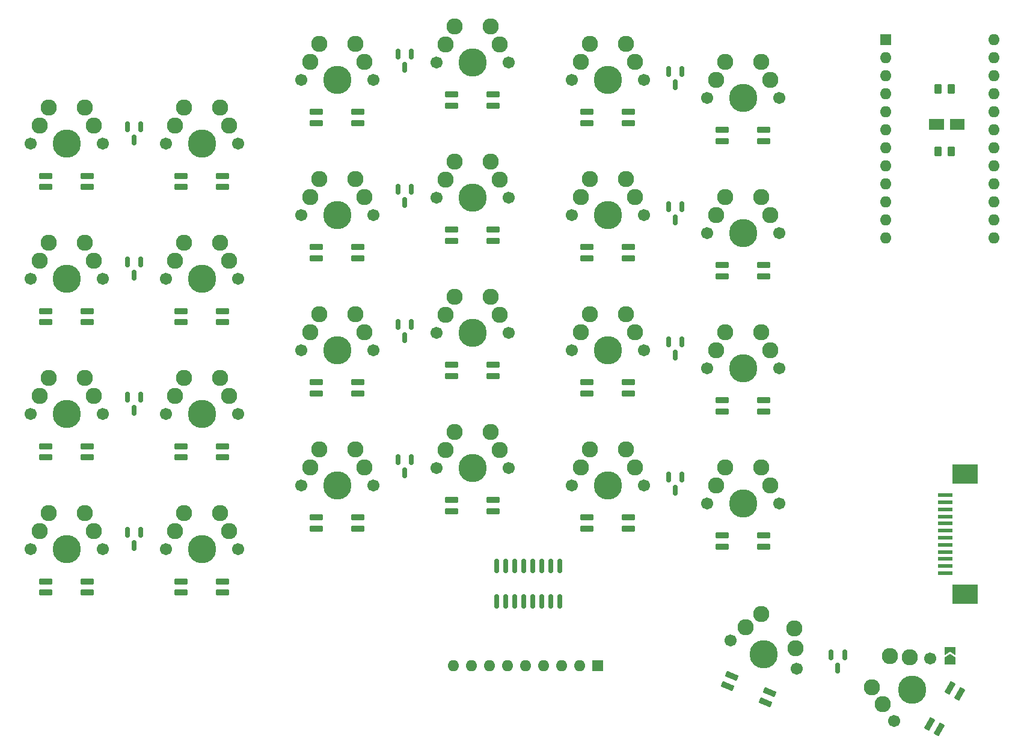
<source format=gbr>
%TF.GenerationSoftware,KiCad,Pcbnew,8.0.8-8.0.8-0~ubuntu22.04.1*%
%TF.CreationDate,2025-01-26T03:04:03-06:00*%
%TF.ProjectId,kbd,6b62642e-6b69-4636-9164-5f7063625858,rev?*%
%TF.SameCoordinates,Original*%
%TF.FileFunction,Soldermask,Bot*%
%TF.FilePolarity,Negative*%
%FSLAX46Y46*%
G04 Gerber Fmt 4.6, Leading zero omitted, Abs format (unit mm)*
G04 Created by KiCad (PCBNEW 8.0.8-8.0.8-0~ubuntu22.04.1) date 2025-01-26 03:04:03*
%MOMM*%
%LPD*%
G01*
G04 APERTURE LIST*
G04 Aperture macros list*
%AMRoundRect*
0 Rectangle with rounded corners*
0 $1 Rounding radius*
0 $2 $3 $4 $5 $6 $7 $8 $9 X,Y pos of 4 corners*
0 Add a 4 corners polygon primitive as box body*
4,1,4,$2,$3,$4,$5,$6,$7,$8,$9,$2,$3,0*
0 Add four circle primitives for the rounded corners*
1,1,$1+$1,$2,$3*
1,1,$1+$1,$4,$5*
1,1,$1+$1,$6,$7*
1,1,$1+$1,$8,$9*
0 Add four rect primitives between the rounded corners*
20,1,$1+$1,$2,$3,$4,$5,0*
20,1,$1+$1,$4,$5,$6,$7,0*
20,1,$1+$1,$6,$7,$8,$9,0*
20,1,$1+$1,$8,$9,$2,$3,0*%
%AMFreePoly0*
4,1,6,1.000000,0.000000,0.500000,-0.750000,-0.500000,-0.750000,-0.500000,0.750000,0.500000,0.750000,1.000000,0.000000,1.000000,0.000000,$1*%
%AMFreePoly1*
4,1,6,0.500000,-0.750000,-0.650000,-0.750000,-0.150000,0.000000,-0.650000,0.750000,0.500000,0.750000,0.500000,-0.750000,0.500000,-0.750000,$1*%
G04 Aperture macros list end*
%ADD10RoundRect,0.082000X-0.818000X-0.328000X0.818000X-0.328000X0.818000X0.328000X-0.818000X0.328000X0*%
%ADD11RoundRect,0.082000X0.818000X0.328000X-0.818000X0.328000X-0.818000X-0.328000X0.818000X-0.328000X0*%
%ADD12C,1.701800*%
%ADD13C,3.987800*%
%ADD14C,2.286000*%
%ADD15R,1.600000X1.600000*%
%ADD16O,1.600000X1.600000*%
%ADD17RoundRect,0.082000X-0.124944X-0.872409X0.693056X0.544409X0.124944X0.872409X-0.693056X-0.544409X0*%
%ADD18RoundRect,0.082000X-0.881133X0.017692X0.624813X-0.621544X0.881133X-0.017692X-0.624813X0.621544X0*%
%ADD19R,2.000000X0.610000*%
%ADD20R,3.600000X2.680000*%
%ADD21RoundRect,0.150000X-0.150000X0.587500X-0.150000X-0.587500X0.150000X-0.587500X0.150000X0.587500X0*%
%ADD22RoundRect,0.150000X0.150000X-0.850000X0.150000X0.850000X-0.150000X0.850000X-0.150000X-0.850000X0*%
%ADD23RoundRect,0.250000X0.262500X0.450000X-0.262500X0.450000X-0.262500X-0.450000X0.262500X-0.450000X0*%
%ADD24FreePoly0,90.000000*%
%ADD25FreePoly1,90.000000*%
%ADD26R,1.500000X1.500000*%
%ADD27FreePoly0,0.000000*%
%ADD28FreePoly0,180.000000*%
%ADD29RoundRect,0.250000X-0.262500X-0.450000X0.262500X-0.450000X0.262500X0.450000X-0.262500X0.450000X0*%
G04 APERTURE END LIST*
D10*
%TO.C,LED35*%
X158150000Y-116740000D03*
X158150000Y-115160000D03*
X152350000Y-115160000D03*
X152350000Y-116740000D03*
%TD*%
D11*
%TO.C,LED01*%
X76150000Y-64510000D03*
X76150000Y-66090000D03*
X81950000Y-66090000D03*
X81950000Y-64510000D03*
%TD*%
D12*
%TO.C,SW04*%
X131120000Y-51000000D03*
D13*
X136200000Y-51000000D03*
D12*
X141280000Y-51000000D03*
D14*
X133660000Y-45920000D03*
X138740000Y-45920000D03*
X132390000Y-48460000D03*
X140010000Y-48460000D03*
%TD*%
D11*
%TO.C,LED04*%
X133300000Y-55510000D03*
X133300000Y-57090000D03*
X139100000Y-57090000D03*
X139100000Y-55510000D03*
%TD*%
D10*
%TO.C,LED30*%
X62900000Y-123240000D03*
X62900000Y-121660000D03*
X57100000Y-121660000D03*
X57100000Y-123240000D03*
%TD*%
D11*
%TO.C,LED20*%
X57100000Y-102609999D03*
X57100000Y-104189999D03*
X62900000Y-104189999D03*
X62900000Y-102609999D03*
%TD*%
D12*
%TO.C,SW05*%
X150170000Y-53500000D03*
D13*
X155250000Y-53500000D03*
D12*
X160330000Y-53500000D03*
D14*
X152710000Y-48420000D03*
X157790000Y-48420000D03*
X151440000Y-50960000D03*
X159060000Y-50960000D03*
%TD*%
D12*
%TO.C,SW13*%
X112070000Y-67550000D03*
D13*
X117150000Y-67550000D03*
D12*
X122230000Y-67550000D03*
D14*
X114610000Y-62470000D03*
X119690000Y-62470000D03*
X113340000Y-65010000D03*
X120960000Y-65010000D03*
%TD*%
D12*
%TO.C,SW33*%
X112070000Y-105650000D03*
D13*
X117150000Y-105650000D03*
D12*
X122230000Y-105650000D03*
D14*
X114610000Y-100570000D03*
X119690000Y-100570000D03*
X113340000Y-103110000D03*
X120960000Y-103110000D03*
%TD*%
D12*
%TO.C,SW37*%
X176510000Y-141349409D03*
D13*
X179050000Y-136950000D03*
D12*
X181590000Y-132550591D03*
D14*
X173380591Y-136609705D03*
X175920591Y-132210295D03*
X174945295Y-138979557D03*
X178755295Y-132380443D03*
%TD*%
D12*
%TO.C,SW15*%
X150170000Y-72550000D03*
D13*
X155250000Y-72550000D03*
D12*
X160330000Y-72550000D03*
D14*
X152710000Y-67470000D03*
X157790000Y-67470000D03*
X151440000Y-70010000D03*
X159060000Y-70010000D03*
%TD*%
D10*
%TO.C,LED13*%
X120050000Y-73640000D03*
X120050000Y-72060000D03*
X114250000Y-72060000D03*
X114250000Y-73640000D03*
%TD*%
D12*
%TO.C,SW14*%
X131120000Y-70050000D03*
D13*
X136200000Y-70050000D03*
D12*
X141280000Y-70050000D03*
D14*
X133660000Y-64970000D03*
X138740000Y-64970000D03*
X132390000Y-67510000D03*
X140010000Y-67510000D03*
%TD*%
D12*
%TO.C,SW31*%
X73970000Y-117150000D03*
D13*
X79050000Y-117150000D03*
D12*
X84130000Y-117150000D03*
D14*
X76510000Y-112070000D03*
X81590000Y-112070000D03*
X75240000Y-114610000D03*
X82860000Y-114610000D03*
%TD*%
D12*
%TO.C,SW03*%
X112070000Y-48500000D03*
D13*
X117150000Y-48500000D03*
D12*
X122230000Y-48500000D03*
D14*
X114610000Y-43420000D03*
X119690000Y-43420000D03*
X113340000Y-45960000D03*
X120960000Y-45960000D03*
%TD*%
D15*
%TO.C,U1*%
X175375000Y-45280000D03*
D16*
X175375000Y-47820000D03*
X175375000Y-50360000D03*
X175375000Y-52900000D03*
X175375000Y-55440000D03*
X175375000Y-57980000D03*
X175375000Y-60520000D03*
X175375000Y-63060000D03*
X175375000Y-65600000D03*
X175375000Y-68140000D03*
X175375000Y-70680000D03*
X175375000Y-73220000D03*
X190615000Y-73220000D03*
X190615000Y-70680000D03*
X190615000Y-68140000D03*
X190615000Y-65600000D03*
X190615000Y-63060000D03*
X190615000Y-60520000D03*
X190615000Y-57980000D03*
X190615000Y-55440000D03*
X190615000Y-52900000D03*
X190615000Y-50360000D03*
X190615000Y-47820000D03*
X190615000Y-45280000D03*
%TD*%
D10*
%TO.C,LED32*%
X101000000Y-114240000D03*
X101000000Y-112660000D03*
X95200000Y-112660000D03*
X95200000Y-114240000D03*
%TD*%
D11*
%TO.C,LED21*%
X76150000Y-102609999D03*
X76150000Y-104189999D03*
X81950000Y-104189999D03*
X81950000Y-102609999D03*
%TD*%
D12*
%TO.C,SW24*%
X131120000Y-89100000D03*
D13*
X136200000Y-89100000D03*
D12*
X141280000Y-89100000D03*
D14*
X133660000Y-84020000D03*
X138740000Y-84020000D03*
X132390000Y-86560000D03*
X140010000Y-86560000D03*
%TD*%
D17*
%TO.C,LED37*%
X185774160Y-137473526D03*
X184405840Y-136683526D03*
X181505840Y-141706474D03*
X182874160Y-142496474D03*
%TD*%
D12*
%TO.C,SW21*%
X73970000Y-98100000D03*
D13*
X79050000Y-98100000D03*
D12*
X84130000Y-98100000D03*
D14*
X76510000Y-93020000D03*
X81590000Y-93020000D03*
X75240000Y-95560000D03*
X82860000Y-95560000D03*
%TD*%
D11*
%TO.C,LED23*%
X114250000Y-91109999D03*
X114250000Y-92689999D03*
X120050000Y-92689999D03*
X120050000Y-91109999D03*
%TD*%
D12*
%TO.C,SW34*%
X131120000Y-108150000D03*
D13*
X136200000Y-108150000D03*
D12*
X141280000Y-108150000D03*
D14*
X133660000Y-103070000D03*
X138740000Y-103070000D03*
X132390000Y-105610000D03*
X140010000Y-105610000D03*
%TD*%
D10*
%TO.C,LED31*%
X81950000Y-123240000D03*
X81950000Y-121660000D03*
X76150000Y-121660000D03*
X76150000Y-123240000D03*
%TD*%
D12*
%TO.C,SW11*%
X73970000Y-79050000D03*
D13*
X79050000Y-79050000D03*
D12*
X84130000Y-79050000D03*
D14*
X76510000Y-73970000D03*
X81590000Y-73970000D03*
X75240000Y-76510000D03*
X82860000Y-76510000D03*
%TD*%
D11*
%TO.C,LED24*%
X133300000Y-93609999D03*
X133300000Y-95189999D03*
X139100000Y-95189999D03*
X139100000Y-93609999D03*
%TD*%
%TO.C,LED25*%
X152350000Y-96109999D03*
X152350000Y-97689999D03*
X158150000Y-97689999D03*
X158150000Y-96109999D03*
%TD*%
%TO.C,LED03*%
X114250000Y-53010000D03*
X114250000Y-54590000D03*
X120050000Y-54590000D03*
X120050000Y-53010000D03*
%TD*%
D10*
%TO.C,LED33*%
X120050000Y-111740000D03*
X120050000Y-110160000D03*
X114250000Y-110160000D03*
X114250000Y-111740000D03*
%TD*%
D18*
%TO.C,LED36*%
X158430786Y-138698065D03*
X159048142Y-137243667D03*
X153709214Y-134977427D03*
X153091858Y-136431825D03*
%TD*%
D12*
%TO.C,SW30*%
X54920000Y-117150000D03*
D13*
X60000000Y-117150000D03*
D12*
X65080000Y-117150000D03*
D14*
X57460000Y-112070000D03*
X62540000Y-112070000D03*
X56190000Y-114610000D03*
X63810000Y-114610000D03*
%TD*%
D12*
%TO.C,SW00*%
X54920000Y-60000000D03*
D13*
X60000000Y-60000000D03*
D12*
X65080000Y-60000000D03*
D14*
X57460000Y-54920000D03*
X62540000Y-54920000D03*
X56190000Y-57460000D03*
X63810000Y-57460000D03*
%TD*%
D12*
%TO.C,SW35*%
X150170000Y-110650000D03*
D13*
X155250000Y-110650000D03*
D12*
X160330000Y-110650000D03*
D14*
X152710000Y-105570000D03*
X157790000Y-105570000D03*
X151440000Y-108110000D03*
X159060000Y-108110000D03*
%TD*%
D10*
%TO.C,LED14*%
X139100000Y-76140000D03*
X139100000Y-74560000D03*
X133300000Y-74560000D03*
X133300000Y-76140000D03*
%TD*%
D11*
%TO.C,LED22*%
X95200000Y-93609999D03*
X95200000Y-95189999D03*
X101000000Y-95189999D03*
X101000000Y-93609999D03*
%TD*%
D10*
%TO.C,LED10*%
X62900000Y-85140000D03*
X62900000Y-83560000D03*
X57100000Y-83560000D03*
X57100000Y-85140000D03*
%TD*%
D12*
%TO.C,SW23*%
X112070000Y-86600000D03*
D13*
X117150000Y-86600000D03*
D12*
X122230000Y-86600000D03*
D14*
X114610000Y-81520000D03*
X119690000Y-81520000D03*
X113340000Y-84060000D03*
X120960000Y-84060000D03*
%TD*%
D12*
%TO.C,SW20*%
X54920000Y-98100000D03*
D13*
X60000000Y-98100000D03*
D12*
X65080000Y-98100000D03*
D14*
X57460000Y-93020000D03*
X62540000Y-93020000D03*
X56190000Y-95560000D03*
X63810000Y-95560000D03*
%TD*%
D12*
%TO.C,SW12*%
X93020000Y-70050000D03*
D13*
X98100000Y-70050000D03*
D12*
X103180000Y-70050000D03*
D14*
X95560000Y-64970000D03*
X100640000Y-64970000D03*
X94290000Y-67510000D03*
X101910000Y-67510000D03*
%TD*%
D10*
%TO.C,LED12*%
X101000000Y-76140000D03*
X101000000Y-74560000D03*
X95200000Y-74560000D03*
X95200000Y-76140000D03*
%TD*%
D11*
%TO.C,LED02*%
X95200000Y-55510000D03*
X95200000Y-57090000D03*
X101000000Y-57090000D03*
X101000000Y-55510000D03*
%TD*%
D12*
%TO.C,SW02*%
X93020000Y-51000000D03*
D13*
X98100000Y-51000000D03*
D12*
X103180000Y-51000000D03*
D14*
X95560000Y-45920000D03*
X100640000Y-45920000D03*
X94290000Y-48460000D03*
X101910000Y-48460000D03*
%TD*%
D10*
%TO.C,LED34*%
X139100000Y-114240000D03*
X139100000Y-112660000D03*
X133300000Y-112660000D03*
X133300000Y-114240000D03*
%TD*%
D11*
%TO.C,LED00*%
X57100000Y-64510000D03*
X57100000Y-66090000D03*
X62900000Y-66090000D03*
X62900000Y-64510000D03*
%TD*%
D10*
%TO.C,LED15*%
X158150000Y-78640000D03*
X158150000Y-77060000D03*
X152350000Y-77060000D03*
X152350000Y-78640000D03*
%TD*%
%TO.C,LED11*%
X81950000Y-85140000D03*
X81950000Y-83560000D03*
X76150000Y-83560000D03*
X76150000Y-85140000D03*
%TD*%
D12*
%TO.C,SW01*%
X73970000Y-60000000D03*
D13*
X79050000Y-60000000D03*
D12*
X84130000Y-60000000D03*
D14*
X76510000Y-54920000D03*
X81590000Y-54920000D03*
X75240000Y-57460000D03*
X82860000Y-57460000D03*
%TD*%
D12*
%TO.C,SW25*%
X150170000Y-91600000D03*
D13*
X155250000Y-91600000D03*
D12*
X160330000Y-91600000D03*
D14*
X152710000Y-86520000D03*
X157790000Y-86520000D03*
X151440000Y-89060000D03*
X159060000Y-89060000D03*
%TD*%
D11*
%TO.C,LED05*%
X152350000Y-58010000D03*
X152350000Y-59590000D03*
X158150000Y-59590000D03*
X158150000Y-58010000D03*
%TD*%
D12*
%TO.C,SW10*%
X54920000Y-79050000D03*
D13*
X60000000Y-79050000D03*
D12*
X65080000Y-79050000D03*
D14*
X57460000Y-73970000D03*
X62540000Y-73970000D03*
X56190000Y-76510000D03*
X63810000Y-76510000D03*
%TD*%
D12*
%TO.C,SW36*%
X153473835Y-129965086D03*
D13*
X158150000Y-131950000D03*
D12*
X162826165Y-133934914D03*
D14*
X157796832Y-126281378D03*
X162472996Y-128266292D03*
X155635334Y-128123232D03*
X162649581Y-131100603D03*
%TD*%
D12*
%TO.C,SW22*%
X93020000Y-89100000D03*
D13*
X98100000Y-89100000D03*
D12*
X103180000Y-89100000D03*
D14*
X95560000Y-84020000D03*
X100640000Y-84020000D03*
X94290000Y-86560000D03*
X101910000Y-86560000D03*
%TD*%
D12*
%TO.C,SW32*%
X93020000Y-108150000D03*
D13*
X98100000Y-108150000D03*
D12*
X103180000Y-108150000D03*
D14*
X95560000Y-103070000D03*
X100640000Y-103070000D03*
X94290000Y-105610000D03*
X101910000Y-105610000D03*
%TD*%
D19*
%TO.C,J1*%
X183700000Y-109500000D03*
X183700000Y-110500000D03*
X183700000Y-111500000D03*
X183700000Y-112500000D03*
X183700000Y-113500000D03*
X183700000Y-114500000D03*
X183700000Y-115500000D03*
X183700000Y-116500000D03*
X183700000Y-117500000D03*
X183700000Y-118500000D03*
X183700000Y-119500000D03*
X183700000Y-120500000D03*
D20*
X186500000Y-106510000D03*
X186500000Y-123490000D03*
%TD*%
D21*
%TO.C,D2425*%
X144775000Y-87912500D03*
X146675000Y-87912500D03*
X145725000Y-89787500D03*
%TD*%
D22*
%TO.C,U2*%
X129445000Y-124500000D03*
X128175000Y-124500000D03*
X126905000Y-124500000D03*
X125635000Y-124500000D03*
X124365000Y-124500000D03*
X123095000Y-124500000D03*
X121825000Y-124500000D03*
X120555000Y-124500000D03*
X120555000Y-119500000D03*
X121825000Y-119500000D03*
X123095000Y-119500000D03*
X124365000Y-119500000D03*
X125635000Y-119500000D03*
X126905000Y-119500000D03*
X128175000Y-119500000D03*
X129445000Y-119500000D03*
%TD*%
D21*
%TO.C,D0001*%
X68575000Y-57562500D03*
X70475000Y-57562500D03*
X69525000Y-59437500D03*
%TD*%
%TO.C,D3435*%
X144775000Y-106962500D03*
X146675000Y-106962500D03*
X145725000Y-108837500D03*
%TD*%
%TO.C,D0405*%
X144775000Y-49812500D03*
X146675000Y-49812500D03*
X145725000Y-51687500D03*
%TD*%
%TO.C,D1415*%
X144775000Y-68862500D03*
X146675000Y-68862500D03*
X145725000Y-70737500D03*
%TD*%
D15*
%TO.C,RN1*%
X134795000Y-133500000D03*
D16*
X132255000Y-133500000D03*
X129715000Y-133500000D03*
X127175000Y-133500000D03*
X124635000Y-133500000D03*
X122095000Y-133500000D03*
X119555000Y-133500000D03*
X117015000Y-133500000D03*
X114475000Y-133500000D03*
%TD*%
D23*
%TO.C,R1*%
X184572500Y-52255000D03*
X182747500Y-52255000D03*
%TD*%
D24*
%TO.C,JP2*%
X184400000Y-132850000D03*
D25*
X184400000Y-131400000D03*
%TD*%
D21*
%TO.C,D3031*%
X68575000Y-114712500D03*
X70475000Y-114712500D03*
X69525000Y-116587500D03*
%TD*%
%TO.C,D3233*%
X106675000Y-104462500D03*
X108575000Y-104462500D03*
X107625000Y-106337500D03*
%TD*%
%TO.C,D1011*%
X68575000Y-76612500D03*
X70475000Y-76612500D03*
X69525000Y-78487500D03*
%TD*%
%TO.C,D0203*%
X106675000Y-47312500D03*
X108575000Y-47312500D03*
X107625000Y-49187500D03*
%TD*%
%TO.C,D3637*%
X167650000Y-132012500D03*
X169550000Y-132012500D03*
X168600000Y-133887500D03*
%TD*%
%TO.C,D1213*%
X106675000Y-66362500D03*
X108575000Y-66362500D03*
X107625000Y-68237500D03*
%TD*%
%TO.C,D2223*%
X106675000Y-85412500D03*
X108575000Y-85412500D03*
X107625000Y-87287500D03*
%TD*%
%TO.C,D2021*%
X68575000Y-95662500D03*
X70475000Y-95662500D03*
X69525000Y-97537500D03*
%TD*%
D26*
%TO.C,JP1*%
X182760000Y-57255000D03*
X185160000Y-57255000D03*
D27*
X181960000Y-57255000D03*
D28*
X185960000Y-57255000D03*
%TD*%
D29*
%TO.C,R2*%
X182747500Y-61100000D03*
X184572500Y-61100000D03*
%TD*%
M02*

</source>
